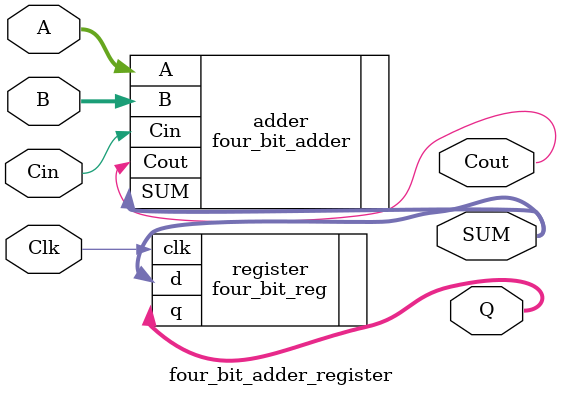
<source format=v>
`timescale 1ns / 1ps

module four_bit_adder_register(
input [3:0] A,B,
input Cin,
input Clk,
output [3:0] SUM, Q,
output Cout
);

four_bit_adder adder(.A(A),.B(B),.Cin(Cin),.SUM(SUM),.Cout(Cout));
four_bit_reg register(.d(SUM),.q(Q),.clk(Clk));

endmodule

</source>
